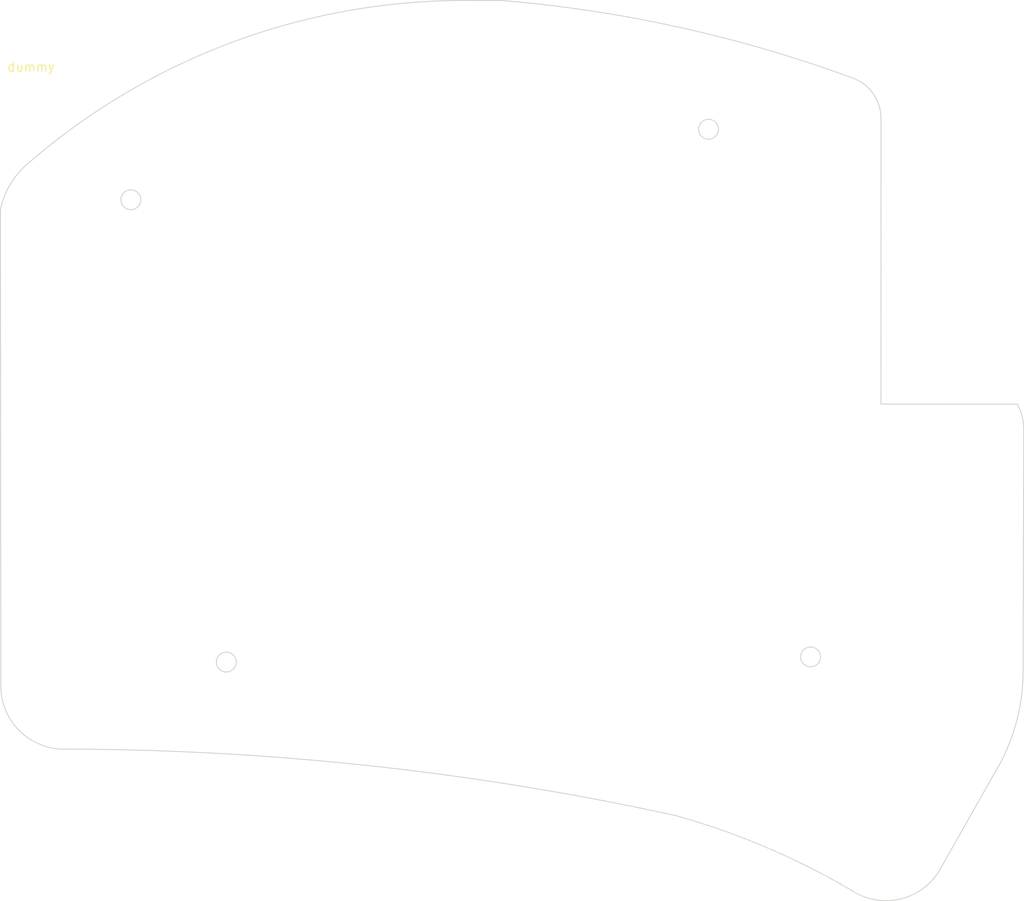
<source format=kicad_pcb>
(kicad_pcb (version 20171130) (host pcbnew 5.1.9)

  (general
    (thickness 1.6)
    (drawings 21)
    (tracks 0)
    (zones 0)
    (modules 1)
    (nets 1)
  )

  (page A4)
  (layers
    (0 F.Cu signal)
    (31 B.Cu signal)
    (32 B.Adhes user)
    (33 F.Adhes user)
    (34 B.Paste user)
    (35 F.Paste user)
    (36 B.SilkS user)
    (37 F.SilkS user)
    (38 B.Mask user)
    (39 F.Mask user)
    (40 Dwgs.User user)
    (41 Cmts.User user)
    (42 Eco1.User user)
    (43 Eco2.User user)
    (44 Edge.Cuts user)
    (45 Margin user)
    (46 B.CrtYd user)
    (47 F.CrtYd user)
    (48 B.Fab user)
    (49 F.Fab user)
  )

  (setup
    (last_trace_width 0.25)
    (trace_clearance 0.2)
    (zone_clearance 0.508)
    (zone_45_only no)
    (trace_min 0.2)
    (via_size 0.8)
    (via_drill 0.4)
    (via_min_size 0.4)
    (via_min_drill 0.3)
    (uvia_size 0.3)
    (uvia_drill 0.1)
    (uvias_allowed no)
    (uvia_min_size 0.2)
    (uvia_min_drill 0.1)
    (edge_width 0.1)
    (segment_width 0.2)
    (pcb_text_width 0.3)
    (pcb_text_size 1.5 1.5)
    (mod_edge_width 0.12)
    (mod_text_size 1 1)
    (mod_text_width 0.1)
    (pad_size 1.524 1.524)
    (pad_drill 0.762)
    (pad_to_mask_clearance 0.05)
    (aux_axis_origin 0 0)
    (visible_elements FFFFFFFF)
    (pcbplotparams
      (layerselection 0x010fc_ffffffff)
      (usegerberextensions false)
      (usegerberattributes true)
      (usegerberadvancedattributes true)
      (creategerberjobfile true)
      (excludeedgelayer true)
      (linewidth 0.100000)
      (plotframeref false)
      (viasonmask false)
      (mode 1)
      (useauxorigin false)
      (hpglpennumber 1)
      (hpglpenspeed 20)
      (hpglpendiameter 15.000000)
      (psnegative false)
      (psa4output false)
      (plotreference false)
      (plotvalue false)
      (plotinvisibletext false)
      (padsonsilk false)
      (subtractmaskfromsilk false)
      (outputformat 1)
      (mirror false)
      (drillshape 0)
      (scaleselection 1)
      (outputdirectory ""))
  )

  (net 0 "")

  (net_class Default "This is the default net class."
    (clearance 0.2)
    (trace_width 0.25)
    (via_dia 0.8)
    (via_drill 0.4)
    (uvia_dia 0.3)
    (uvia_drill 0.1)
  )

  (net_class Power ""
    (clearance 0.2)
    (trace_width 0.3)
    (via_dia 0.8)
    (via_drill 0.4)
    (uvia_dia 0.3)
    (uvia_drill 0.1)
  )

  (module dummy:dummy (layer F.Cu) (tedit 604AAE8F) (tstamp 6068E0E1)
    (at 12 12)
    (fp_text reference dummy (at 0 0.5) (layer F.SilkS)
      (effects (font (size 1 1) (thickness 0.15)))
    )
    (fp_text value dummy (at 0 -0.5) (layer F.Fab)
      (effects (font (size 1 1) (thickness 0.15)))
    )
  )

  (gr_circle (center 87.05 19.4) (end 88.15 19.4) (layer Edge.Cuts) (width 0.1) (tstamp 6069110F))
  (gr_circle (center 33.63 78.42) (end 34.73 78.42) (layer Edge.Cuts) (width 0.1) (tstamp 6069110F))
  (gr_circle (center 98.35 77.85) (end 99.45 77.85) (layer Edge.Cuts) (width 0.1) (tstamp 6069110F))
  (gr_circle (center 23.05 27.2) (end 24.15 27.2) (layer Edge.Cuts) (width 0.1) (tstamp 606910FB))
  (gr_arc (start 101.403543 18.190204) (end 106.153543 18.190204) (angle -70.11765915) (layer Edge.Cuts) (width 0.1) (tstamp 6068D5E1))
  (gr_arc (start 51.931484 152.624677) (end 103.018969 13.723337) (angle -15.43081601) (layer Edge.Cuts) (width 0.1) (tstamp 6068D5C5))
  (gr_line (start 106.15 49.85) (end 121.26098 49.844001) (layer Edge.Cuts) (width 0.1) (tstamp 6068D556))
  (gr_arc (start 116.215001 52.600918) (end 121.965001 52.600918) (angle -28.65039189) (layer Edge.Cuts) (width 0.1) (tstamp 6068D53C))
  (gr_line (start 121.9 78.8) (end 121.893314 79.630452) (layer Edge.Cuts) (width 0.1) (tstamp 6068D4F9))
  (gr_line (start 121.965001 52.600918) (end 121.9 78.8) (layer Edge.Cuts) (width 0.1) (tstamp 6068D4C2))
  (gr_arc (start 100.190263 79.447367) (end 119.398792 89.551246) (angle -27.26148989) (layer Edge.Cuts) (width 0.1) (tstamp 6068D45D))
  (gr_line (start 119.398792 89.551246) (end 112.550487 101.641178) (layer Edge.Cuts) (width 0.1) (tstamp 6068D449))
  (gr_arc (start 106.708 97.938735) (end 103.2 103.9) (angle -88.11250382) (layer Edge.Cuts) (width 0.1) (tstamp 6068D3EC))
  (gr_arc (start 61.59 173.76) (end 103.2 103.9) (angle -15.27393997) (layer Edge.Cuts) (width 0.1) (tstamp 6068D3B7))
  (gr_arc (start 15.281782 407.025991) (end 83.326703 95.40614) (angle -12.22013042) (layer Edge.Cuts) (width 0.1) (tstamp 6068D376))
  (gr_arc (start 60.008389 78.858139) (end 60.008389 5.128139) (angle -40.89999906) (layer Edge.Cuts) (width 0.1) (tstamp 6068D32E))
  (gr_arc (start 17.48 30.13) (end 11.73435 23.129062) (angle -38.97981394) (layer Edge.Cuts) (width 0.1) (tstamp 6068D2EE))
  (gr_arc (start 15.650037 81.065841) (end 8.650038 81.13584) (angle -90.85844454) (layer Edge.Cuts) (width 0.1) (tstamp 6068D2CC))
  (gr_line (start 64.21927 5.137309) (end 60.008389 5.128139) (layer Edge.Cuts) (width 0.1) (tstamp 6068D287))
  (gr_line (start 106.15 49.85) (end 106.153543 18.190204) (layer Edge.Cuts) (width 0.1) (tstamp 6068D262))
  (gr_line (start 8.609602 28.301979) (end 8.650038 81.13584) (layer Edge.Cuts) (width 0.1) (tstamp 6068D1C3))

)

</source>
